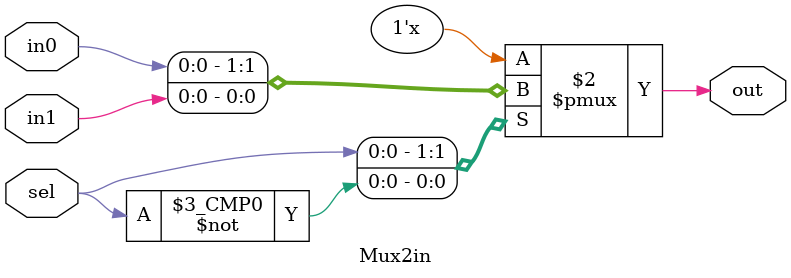
<source format=v>
module datapath (datapath_in, vsel, asel, bsel, loada, loadb, loadc, loads, writenum, write, readnum, clk, ALUop, shift, datapath_out, status) ;

parameter m = 16 ;

input  [m-1:0] datapath_in ;
input  [0:0] vsel ;
input  [0:0] asel ;
input  [0:0] bsel ;
input  [0:0] loada ;
input  [0:0] loadb ;
input  [0:0] loadc ;
input  [0:0] loads ;
input  [2:0] writenum ;
input  [0:0] write ;
input  [2:0] readnum ;
input  [0:0] clk ;
input  [1:0] ALUop ;
input  [1:0] shift ;

output [m-1:0] datapath_out ;
output [0:0] status ; //???????????????????????/

wire [m-1:0] data_in ; // output of first mux and input to register
wire [m-1:0] data_out ;
wire [m-1:0] aout ; //output of pipeline register A, input to asel mux
wire [m-1:0] bout ; //output of pipeline register B, input to shifter
wire [m-1:0] shift_out ; //output of shifter, input to bsel mux 
wire [m-1:0] Ain ; //output of asel mux, input to ALU
wire [m-1:0] Bin ; //output of bsel mux, input to ALU
wire [m-1:0] alu_out ; //output of the ALU, input to pipeline register C
wire [0:0] status_in ; // output of ALU, input to status register

//instantiatess 2 input mux with inputs: datapath_in, datapath_out and output: data_in --> output is input to register file

Mux2in #(16) mux1 (.in0(datapath_in), .in1(datapath_out), .sel(vsel), .out(data_in)) ; 

//instantiate regfile, output is data_out --> output is input to pipeline registers A and B 

regfile regfile (.writenum(writenum), .readnum(readnum), .write(write), .data_in(data_in), .clk(clk), .data_out(data_out)) ;

//instatiates dflipflop. Creates load enable pipeline registers A and B

dflipflop #(16) apipe (.in(data_out), .clk(clk), .load(loada), .out(aout)) ; //A: aout is input to asel mux
dflipflop #(16) bpipe (.in(data_out), .clk(clk), .load(loadb), .out(bout)) ; //B: bout is input to shifter

//instatiates shifter, inputs: shift, bout (output of B pipeline register) and output: shift_out --> output is input to to bsel mux

shifter #(2, 16) shifter (.shift(shift), .b(bout), .shift_out(shift_out)) ;

//instantiates asel and bsel muxs

Mux2in #(16) muxasel(.in0(aout), .in1(16'b0), .sel(asel), .out(Ain)) ; // maybe need wire to replace 16'b0
Mux2in #(16) muxbsel(.in0(shift_out), .in1({11'b0, datapath_in[4:0]}), .sel(bsel), .out(Bin)) ; //maybe replace concatenation with wire

//instantiates ALU

ALU #(16, 2) alu (.ain(Ain), .bin(Bin), .alu_out(alu_out), .ALUop(ALUop), .status_in(status_in)) ;

//instantiates dflipflop. Creates load enabled pipeline register C

dflipflop #(16) cpipe (.in(alu_out), .clk(clk), .load(loadc), .out(datapath_out)) ; //C: datapath_out is input to datapath

//instantiates dflipflop. Creates load enabled pipeline register Status

dflipflop #(1) statuspipe (.in(status_in), .clk(clk), .load(loads), .out(status)) ;

endmodule

/*
module dflipflop(in, clk, load, out); //load enable d flip flop
  
  parameter p = 16 ;
	input [p-1:0] in ;
	input clk ;
	input load ;
	output reg [p-1:0] out ;

    always@(posedge clk) begin 

		if(load) 
			out <= in; //blocking: assigns immediately 
    end
endmodule
*/
module Mux2in(in0, in1, sel, out) ; //selects one of the inputs (in1, in2, ..., in7) depending on the one-hot select. Output is selected input
  parameter p = 1 ;
  input [p-1:0] in0, in1 ;  // inputs: correspond to the outputs of the registers
  input [0:0] sel ; // one-hot select
  output [p-1:0] out ; 
  reg [p-1:0] out ; 

  always @(*) begin
    case(sel) 
      1'b1: out = in0 ; //if select is 0 in 1 bit one hot code, the output of the mux is in0 
      1'b0: out = in1 ; //if select is 1 in 8 bit one hot code, the output of the mux is in1  
        default: out =  {p{1'bx}} ; //assigns out p copies of 1 bit of either 1 or 0
    endcase
  end
endmodule
</source>
